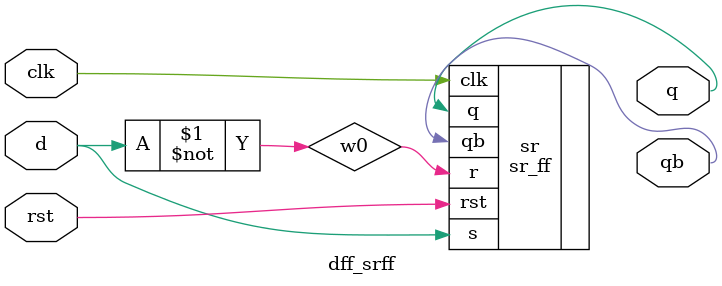
<source format=v>
`include "sr_ff.v"
module dff_srff(d,clk,rst,q,qb);
  input d,clk,rst;
  output q,qb;
  not g1(w0,d);
  sr_ff sr(.s(d),.r(w0),.clk(clk),.rst(rst),.q(q),.qb(qb));
endmodule

</source>
